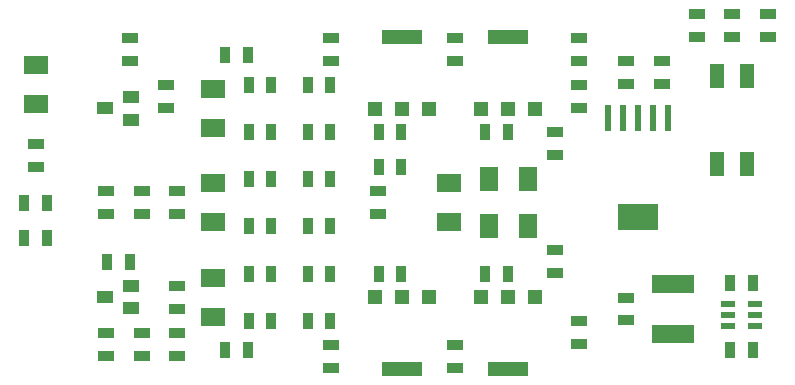
<source format=gtp>
G04 (created by PCBNEW (2013-mar-25)-stable) date Friday, August 07, 2015 11:50:23 AM*
%MOIN*%
G04 Gerber Fmt 3.4, Leading zero omitted, Abs format*
%FSLAX34Y34*%
G01*
G70*
G90*
G04 APERTURE LIST*
%ADD10C,0.006*%
%ADD11R,0.141732X0.0610236*%
%ADD12R,0.055X0.035*%
%ADD13R,0.035X0.055*%
%ADD14R,0.0787402X0.0590551*%
%ADD15R,0.0590551X0.0787402*%
%ADD16R,0.0472441X0.0787402*%
%ADD17R,0.05X0.02*%
%ADD18R,0.0472441X0.0472441*%
%ADD19R,0.137795X0.0472441*%
%ADD20R,0.023622X0.0866142*%
%ADD21R,0.137795X0.0866142*%
%ADD22R,0.0551X0.0393*%
G04 APERTURE END LIST*
G54D10*
G54D11*
X75984Y-31545D03*
X75984Y-29872D03*
G54D12*
X57086Y-32269D03*
X57086Y-31509D03*
X64566Y-21667D03*
X64566Y-22427D03*
X76771Y-21639D03*
X76771Y-20879D03*
X72047Y-29513D03*
X72047Y-28753D03*
X72047Y-24816D03*
X72047Y-25576D03*
G54D13*
X61037Y-22244D03*
X61797Y-22244D03*
G54D12*
X59448Y-26785D03*
X59448Y-27545D03*
G54D13*
X61037Y-32086D03*
X61797Y-32086D03*
G54D12*
X74409Y-30328D03*
X74409Y-31088D03*
X77952Y-21639D03*
X77952Y-20879D03*
X68700Y-21667D03*
X68700Y-22427D03*
G54D13*
X78628Y-32086D03*
X77868Y-32086D03*
X78628Y-29822D03*
X77868Y-29822D03*
G54D12*
X66141Y-26785D03*
X66141Y-27545D03*
X58267Y-27545D03*
X58267Y-26785D03*
G54D13*
X54344Y-28346D03*
X55104Y-28346D03*
G54D12*
X57874Y-21667D03*
X57874Y-22427D03*
G54D13*
X61824Y-29527D03*
X62584Y-29527D03*
X63793Y-23228D03*
X64553Y-23228D03*
X63793Y-24803D03*
X64553Y-24803D03*
X61824Y-23228D03*
X62584Y-23228D03*
X61824Y-24803D03*
X62584Y-24803D03*
X63793Y-27952D03*
X64553Y-27952D03*
X63793Y-26377D03*
X64553Y-26377D03*
X61824Y-27952D03*
X62584Y-27952D03*
X61824Y-26377D03*
X62584Y-26377D03*
G54D12*
X54724Y-25970D03*
X54724Y-25210D03*
G54D13*
X55104Y-27165D03*
X54344Y-27165D03*
G54D12*
X57086Y-26785D03*
X57086Y-27545D03*
G54D13*
X57860Y-29133D03*
X57100Y-29133D03*
G54D12*
X72834Y-31116D03*
X72834Y-31876D03*
X59448Y-30694D03*
X59448Y-29934D03*
X59448Y-32269D03*
X59448Y-31509D03*
X79133Y-21639D03*
X79133Y-20879D03*
X68700Y-31903D03*
X68700Y-32663D03*
G54D13*
X66915Y-25984D03*
X66155Y-25984D03*
G54D12*
X75590Y-23214D03*
X75590Y-22454D03*
X59055Y-23242D03*
X59055Y-24002D03*
X72834Y-24002D03*
X72834Y-23242D03*
X72834Y-21667D03*
X72834Y-22427D03*
X74409Y-23214D03*
X74409Y-22454D03*
G54D13*
X69698Y-29527D03*
X70458Y-29527D03*
X69698Y-24803D03*
X70458Y-24803D03*
X66155Y-29527D03*
X66915Y-29527D03*
X66155Y-24803D03*
X66915Y-24803D03*
X63793Y-31102D03*
X64553Y-31102D03*
X63793Y-29527D03*
X64553Y-29527D03*
X61824Y-31102D03*
X62584Y-31102D03*
G54D12*
X64566Y-31903D03*
X64566Y-32663D03*
X58267Y-31509D03*
X58267Y-32269D03*
G54D14*
X68503Y-26515D03*
X68503Y-27814D03*
X60629Y-26515D03*
X60629Y-27814D03*
X60629Y-30964D03*
X60629Y-29665D03*
G54D15*
X69822Y-27952D03*
X71122Y-27952D03*
X69822Y-26377D03*
X71122Y-26377D03*
G54D14*
X60629Y-23366D03*
X60629Y-24665D03*
X54724Y-23877D03*
X54724Y-22578D03*
G54D16*
X78452Y-22933D03*
X78452Y-25885D03*
X77452Y-22933D03*
X77452Y-25885D03*
G54D17*
X78698Y-31275D03*
X78696Y-30905D03*
X78696Y-30535D03*
X77799Y-30535D03*
X77799Y-30905D03*
X77799Y-31275D03*
G54D18*
X67834Y-30295D03*
X66929Y-30295D03*
X66023Y-30295D03*
G54D19*
X66929Y-32696D03*
G54D18*
X69566Y-24035D03*
X70472Y-24035D03*
X71377Y-24035D03*
G54D19*
X70472Y-21633D03*
G54D18*
X66023Y-24035D03*
X66929Y-24035D03*
X67834Y-24035D03*
G54D19*
X66929Y-21633D03*
G54D18*
X71377Y-30295D03*
X70472Y-30295D03*
X69566Y-30295D03*
G54D19*
X70472Y-32696D03*
G54D20*
X75803Y-24330D03*
X75303Y-24330D03*
X74803Y-24330D03*
X74303Y-24330D03*
X73803Y-24330D03*
G54D21*
X74803Y-27637D03*
G54D22*
X57913Y-24389D03*
X57913Y-23641D03*
X57047Y-24015D03*
X57913Y-30688D03*
X57913Y-29940D03*
X57047Y-30314D03*
M02*

</source>
